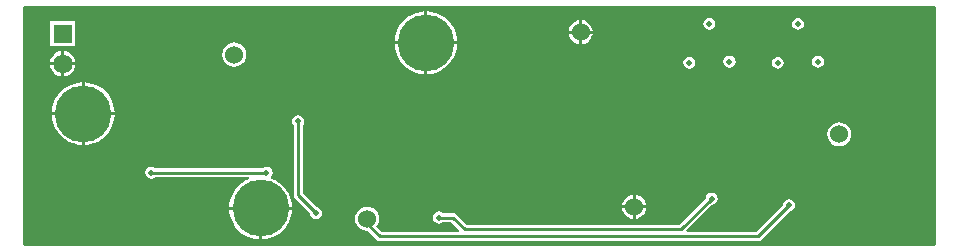
<source format=gbl>
G04*
G04 #@! TF.GenerationSoftware,Altium Limited,Altium Designer,21.8.1 (53)*
G04*
G04 Layer_Physical_Order=2*
G04 Layer_Color=16711680*
%FSLAX44Y44*%
%MOMM*%
G71*
G04*
G04 #@! TF.SameCoordinates,FBE6A57E-38F0-4EBD-B617-FC09060C68E2*
G04*
G04*
G04 #@! TF.FilePolarity,Positive*
G04*
G01*
G75*
%ADD15C,0.2540*%
%ADD46C,4.8000*%
%ADD47C,1.5240*%
%ADD48R,1.6500X1.6500*%
%ADD49C,1.6500*%
%ADD50C,0.5000*%
G36*
X770000Y0D02*
X0D01*
Y200000D01*
X770000D01*
Y0D01*
D02*
G37*
%LPC*%
G36*
X655000Y191139D02*
X653034Y190748D01*
X651366Y189634D01*
X650252Y187966D01*
X649861Y186000D01*
X650252Y184034D01*
X651366Y182366D01*
X653034Y181252D01*
X655000Y180861D01*
X656966Y181252D01*
X658634Y182366D01*
X659748Y184034D01*
X660139Y186000D01*
X659748Y187966D01*
X658634Y189634D01*
X656966Y190748D01*
X655000Y191139D01*
D02*
G37*
G36*
X580000D02*
X578033Y190748D01*
X576366Y189634D01*
X575252Y187966D01*
X574861Y186000D01*
X575252Y184034D01*
X576366Y182366D01*
X578033Y181252D01*
X580000Y180861D01*
X581967Y181252D01*
X583634Y182366D01*
X584748Y184034D01*
X585139Y186000D01*
X584748Y187966D01*
X583634Y189634D01*
X581967Y190748D01*
X580000Y191139D01*
D02*
G37*
G36*
X472270Y189081D02*
Y180270D01*
X481081D01*
X480899Y181652D01*
X479875Y184124D01*
X478246Y186246D01*
X476124Y187875D01*
X473652Y188899D01*
X472270Y189081D01*
D02*
G37*
G36*
X469730Y189081D02*
X468348Y188899D01*
X465876Y187875D01*
X463754Y186246D01*
X462125Y184124D01*
X461101Y181652D01*
X460919Y180270D01*
X469730D01*
Y189081D01*
D02*
G37*
G36*
X341270Y196522D02*
Y171270D01*
X366522D01*
X366294Y174165D01*
X365319Y178227D01*
X363721Y182086D01*
X361538Y185648D01*
X358825Y188825D01*
X355648Y191538D01*
X352086Y193720D01*
X348227Y195319D01*
X344165Y196294D01*
X341270Y196522D01*
D02*
G37*
G36*
X338730D02*
X335835Y196294D01*
X331773Y195319D01*
X327914Y193720D01*
X324352Y191538D01*
X321175Y188825D01*
X318462Y185648D01*
X316280Y182086D01*
X314681Y178227D01*
X313706Y174165D01*
X313478Y171270D01*
X338730D01*
Y196522D01*
D02*
G37*
G36*
X481081Y177730D02*
X472270D01*
Y168920D01*
X473652Y169102D01*
X476124Y170125D01*
X478246Y171754D01*
X479875Y173876D01*
X480899Y176348D01*
X481081Y177730D01*
D02*
G37*
G36*
X469730D02*
X460919D01*
X461101Y176348D01*
X462125Y173876D01*
X463754Y171754D01*
X465876Y170125D01*
X468348Y169102D01*
X469730Y168920D01*
Y177730D01*
D02*
G37*
G36*
X43290Y188490D02*
X21710D01*
Y166910D01*
X43290D01*
Y188490D01*
D02*
G37*
G36*
X33770Y163016D02*
Y153570D01*
X43216D01*
X43012Y155117D01*
X41925Y157741D01*
X40195Y159995D01*
X37942Y161725D01*
X35317Y162812D01*
X33770Y163016D01*
D02*
G37*
G36*
X31230D02*
X29683Y162812D01*
X27058Y161725D01*
X24804Y159995D01*
X23075Y157741D01*
X21988Y155117D01*
X21784Y153570D01*
X31230D01*
Y163016D01*
D02*
G37*
G36*
X177754Y170248D02*
X175102Y169898D01*
X172630Y168875D01*
X170508Y167246D01*
X168879Y165124D01*
X167855Y162652D01*
X167506Y160000D01*
X167855Y157348D01*
X168879Y154876D01*
X170508Y152754D01*
X172630Y151125D01*
X175102Y150101D01*
X177754Y149752D01*
X180406Y150101D01*
X182878Y151125D01*
X185000Y152754D01*
X186629Y154876D01*
X187652Y157348D01*
X188002Y160000D01*
X187652Y162652D01*
X186629Y165124D01*
X185000Y167246D01*
X182878Y168875D01*
X180406Y169898D01*
X177754Y170248D01*
D02*
G37*
G36*
X672000Y159139D02*
X670033Y158748D01*
X668366Y157634D01*
X667253Y155967D01*
X666861Y154000D01*
X667253Y152034D01*
X668366Y150366D01*
X670033Y149252D01*
X672000Y148861D01*
X673967Y149252D01*
X675634Y150366D01*
X676748Y152034D01*
X677139Y154000D01*
X676748Y155967D01*
X675634Y157634D01*
X673967Y158748D01*
X672000Y159139D01*
D02*
G37*
G36*
X597000D02*
X595033Y158748D01*
X593366Y157634D01*
X592253Y155967D01*
X591861Y154000D01*
X592253Y152034D01*
X593366Y150366D01*
X595033Y149252D01*
X597000Y148861D01*
X598966Y149252D01*
X600634Y150366D01*
X601748Y152034D01*
X602139Y154000D01*
X601748Y155967D01*
X600634Y157634D01*
X598966Y158748D01*
X597000Y159139D01*
D02*
G37*
G36*
X638000Y158139D02*
X636034Y157748D01*
X634366Y156634D01*
X633252Y154966D01*
X632861Y153000D01*
X633252Y151033D01*
X634366Y149366D01*
X636034Y148252D01*
X638000Y147861D01*
X639967Y148252D01*
X641634Y149366D01*
X642748Y151033D01*
X643139Y153000D01*
X642748Y154966D01*
X641634Y156634D01*
X639967Y157748D01*
X638000Y158139D01*
D02*
G37*
G36*
X563000D02*
X561034Y157748D01*
X559366Y156634D01*
X558252Y154966D01*
X557861Y153000D01*
X558252Y151033D01*
X559366Y149366D01*
X561034Y148252D01*
X563000Y147861D01*
X564967Y148252D01*
X566634Y149366D01*
X567748Y151033D01*
X568139Y153000D01*
X567748Y154966D01*
X566634Y156634D01*
X564967Y157748D01*
X563000Y158139D01*
D02*
G37*
G36*
X366522Y168730D02*
X341270D01*
Y143478D01*
X344165Y143706D01*
X348227Y144681D01*
X352086Y146279D01*
X355648Y148462D01*
X358825Y151175D01*
X361538Y154352D01*
X363721Y157914D01*
X365319Y161773D01*
X366294Y165835D01*
X366522Y168730D01*
D02*
G37*
G36*
X338730D02*
X313478D01*
X313706Y165835D01*
X314681Y161773D01*
X316280Y157914D01*
X318462Y154352D01*
X321175Y151175D01*
X324352Y148462D01*
X327914Y146279D01*
X331773Y144681D01*
X335835Y143706D01*
X338730Y143478D01*
Y168730D01*
D02*
G37*
G36*
X43216Y151030D02*
X33770D01*
Y141584D01*
X35317Y141788D01*
X37942Y142875D01*
X40195Y144605D01*
X41925Y146859D01*
X43012Y149483D01*
X43216Y151030D01*
D02*
G37*
G36*
X31230D02*
X21784D01*
X21988Y149483D01*
X23075Y146859D01*
X24804Y144605D01*
X27058Y142875D01*
X29683Y141788D01*
X31230Y141584D01*
Y151030D01*
D02*
G37*
G36*
X51270Y136522D02*
Y111270D01*
X76522D01*
X76294Y114165D01*
X75319Y118227D01*
X73720Y122086D01*
X71538Y125648D01*
X68825Y128825D01*
X65648Y131538D01*
X62086Y133721D01*
X58227Y135319D01*
X54165Y136294D01*
X51270Y136522D01*
D02*
G37*
G36*
X48730D02*
X45835Y136294D01*
X41773Y135319D01*
X37914Y133721D01*
X34352Y131538D01*
X31175Y128825D01*
X28462Y125648D01*
X26280Y122086D01*
X24681Y118227D01*
X23706Y114165D01*
X23478Y111270D01*
X48730D01*
Y136522D01*
D02*
G37*
G36*
X76522Y108730D02*
X51270D01*
Y83478D01*
X54165Y83706D01*
X58227Y84681D01*
X62086Y86280D01*
X65648Y88462D01*
X68825Y91175D01*
X71538Y94352D01*
X73720Y97914D01*
X75319Y101773D01*
X76294Y105835D01*
X76522Y108730D01*
D02*
G37*
G36*
X48730D02*
X23478D01*
X23706Y105835D01*
X24681Y101773D01*
X26280Y97914D01*
X28462Y94352D01*
X31175Y91175D01*
X34352Y88462D01*
X37914Y86280D01*
X41773Y84681D01*
X45835Y83706D01*
X48730Y83478D01*
Y108730D01*
D02*
G37*
G36*
X690000Y102748D02*
X687348Y102399D01*
X684876Y101375D01*
X682754Y99746D01*
X681125Y97624D01*
X680101Y95152D01*
X679752Y92500D01*
X680101Y89848D01*
X681125Y87376D01*
X682754Y85254D01*
X684876Y83625D01*
X687348Y82601D01*
X690000Y82252D01*
X692652Y82601D01*
X695124Y83625D01*
X697246Y85254D01*
X698875Y87376D01*
X699899Y89848D01*
X700248Y92500D01*
X699899Y95152D01*
X698875Y97624D01*
X697246Y99746D01*
X695124Y101375D01*
X692652Y102399D01*
X690000Y102748D01*
D02*
G37*
G36*
X205000Y65139D02*
X203034Y64748D01*
X201742Y63885D01*
X110758D01*
X109466Y64748D01*
X107500Y65139D01*
X105534Y64748D01*
X103866Y63634D01*
X102752Y61967D01*
X102361Y60000D01*
X102752Y58033D01*
X103866Y56366D01*
X105534Y55252D01*
X107500Y54861D01*
X109466Y55252D01*
X110758Y56115D01*
X190377D01*
X190630Y54845D01*
X187914Y53720D01*
X184352Y51538D01*
X181175Y48825D01*
X178462Y45648D01*
X176280Y42086D01*
X174681Y38227D01*
X173706Y34165D01*
X173478Y31270D01*
X226522D01*
X226294Y34165D01*
X225319Y38227D01*
X223720Y42086D01*
X221538Y45648D01*
X218825Y48825D01*
X215648Y51538D01*
X212086Y53720D01*
X208922Y55031D01*
X208675Y56176D01*
X208717Y56491D01*
X209748Y58033D01*
X210139Y60000D01*
X209748Y61967D01*
X208634Y63634D01*
X206966Y64748D01*
X205000Y65139D01*
D02*
G37*
G36*
X517524Y41080D02*
Y32270D01*
X526334D01*
X526152Y33652D01*
X525129Y36124D01*
X523500Y38246D01*
X521378Y39875D01*
X518906Y40898D01*
X517524Y41080D01*
D02*
G37*
G36*
X514984Y41080D02*
X513602Y40898D01*
X511130Y39875D01*
X509008Y38246D01*
X507379Y36124D01*
X506356Y33652D01*
X506174Y32270D01*
X514984D01*
Y41080D01*
D02*
G37*
G36*
Y29730D02*
X506174D01*
X506356Y28348D01*
X507379Y25876D01*
X509008Y23754D01*
X511130Y22125D01*
X513602Y21102D01*
X514984Y20919D01*
Y29730D01*
D02*
G37*
G36*
X526334D02*
X517524D01*
Y20919D01*
X518906Y21102D01*
X521378Y22125D01*
X523500Y23754D01*
X525129Y25876D01*
X526152Y28348D01*
X526334Y29730D01*
D02*
G37*
G36*
X231804Y108537D02*
X229837Y108145D01*
X228170Y107031D01*
X227056Y105364D01*
X226665Y103398D01*
X227056Y101431D01*
X227919Y100140D01*
Y41051D01*
X228215Y39564D01*
X229057Y38304D01*
X241949Y25412D01*
X242252Y23888D01*
X243366Y22221D01*
X245033Y21107D01*
X247000Y20716D01*
X248967Y21107D01*
X250634Y22221D01*
X251748Y23888D01*
X252139Y25855D01*
X251748Y27821D01*
X250634Y29488D01*
X248967Y30602D01*
X247443Y30905D01*
X235688Y42660D01*
Y100140D01*
X236551Y101431D01*
X236942Y103398D01*
X236551Y105364D01*
X235437Y107031D01*
X233770Y108145D01*
X231804Y108537D01*
D02*
G37*
G36*
X581934Y43073D02*
X579968Y42682D01*
X578301Y41568D01*
X577187Y39901D01*
X576884Y38377D01*
X554391Y15885D01*
X374609D01*
X365747Y24747D01*
X364487Y25589D01*
X363000Y25885D01*
X354258D01*
X352966Y26748D01*
X351000Y27139D01*
X349034Y26748D01*
X347366Y25634D01*
X346252Y23967D01*
X345861Y22000D01*
X346252Y20034D01*
X347366Y18366D01*
X349034Y17252D01*
X351000Y16861D01*
X352966Y17252D01*
X354258Y18115D01*
X361391D01*
X368448Y11058D01*
X367962Y9885D01*
X302609D01*
X298039Y14455D01*
X299129Y15876D01*
X300152Y18348D01*
X300502Y21000D01*
X300152Y23652D01*
X299129Y26124D01*
X297500Y28246D01*
X295378Y29875D01*
X292906Y30898D01*
X290254Y31248D01*
X287602Y30898D01*
X285130Y29875D01*
X283008Y28246D01*
X281379Y26124D01*
X280355Y23652D01*
X280006Y21000D01*
X280355Y18348D01*
X281379Y15876D01*
X283008Y13754D01*
X285130Y12125D01*
X287602Y11101D01*
X290254Y10752D01*
X290696Y10811D01*
X298253Y3253D01*
X299513Y2411D01*
X301000Y2115D01*
X621000D01*
X622487Y2411D01*
X623747Y3253D01*
X647943Y27449D01*
X649466Y27752D01*
X651134Y28866D01*
X652248Y30533D01*
X652639Y32500D01*
X652248Y34467D01*
X651134Y36134D01*
X649466Y37248D01*
X647500Y37639D01*
X645534Y37248D01*
X643866Y36134D01*
X642752Y34467D01*
X642449Y32943D01*
X619391Y9885D01*
X561038D01*
X560552Y11058D01*
X582378Y32884D01*
X583901Y33187D01*
X585568Y34301D01*
X586682Y35968D01*
X587073Y37934D01*
X586682Y39901D01*
X585568Y41568D01*
X583901Y42682D01*
X581934Y43073D01*
D02*
G37*
G36*
X226522Y28730D02*
X201270D01*
Y3478D01*
X204165Y3706D01*
X208227Y4681D01*
X212086Y6280D01*
X215648Y8462D01*
X218825Y11175D01*
X221538Y14352D01*
X223720Y17914D01*
X225319Y21773D01*
X226294Y25835D01*
X226522Y28730D01*
D02*
G37*
G36*
X198730D02*
X173478D01*
X173706Y25835D01*
X174681Y21773D01*
X176280Y17914D01*
X178462Y14352D01*
X181175Y11175D01*
X184352Y8462D01*
X187914Y6280D01*
X191773Y4681D01*
X195835Y3706D01*
X198730Y3478D01*
Y28730D01*
D02*
G37*
%LPD*%
D15*
X363000Y22000D02*
X373000Y12000D01*
X556000D02*
X581934Y37934D01*
X373000Y12000D02*
X556000D01*
X290254Y16746D02*
X301000Y6000D01*
X621000D01*
X647500Y32500D01*
X351000Y22000D02*
X363000D01*
X290254Y16746D02*
Y21000D01*
X107500Y60000D02*
X205000D01*
X231804Y41051D02*
X247000Y25855D01*
X231804Y41051D02*
Y103398D01*
X0Y0D02*
X770000D01*
X0Y200000D02*
X770000D01*
Y0D02*
Y200000D01*
X0Y0D02*
Y200000D01*
D46*
X200000Y30000D02*
D03*
X50000Y110000D02*
D03*
X340000Y170000D02*
D03*
D47*
X690000Y92500D02*
D03*
X177754Y160000D02*
D03*
X290254Y21000D02*
D03*
X516254Y31000D02*
D03*
X471000Y179000D02*
D03*
D48*
X32500Y177700D02*
D03*
D49*
Y152300D02*
D03*
D50*
X581934Y37934D02*
D03*
X538000Y20000D02*
D03*
X575000Y12500D02*
D03*
X425000Y18310D02*
D03*
X475000D02*
D03*
X525000D02*
D03*
X351000Y22000D02*
D03*
X750000Y162500D02*
D03*
X725000Y12500D02*
D03*
X700000Y162500D02*
D03*
X600000D02*
D03*
X550000D02*
D03*
Y62500D02*
D03*
X500000Y162500D02*
D03*
X475000Y112500D02*
D03*
X500000Y62500D02*
D03*
X450000Y162500D02*
D03*
Y62500D02*
D03*
X400000Y162500D02*
D03*
Y62500D02*
D03*
X350000D02*
D03*
X300000Y162500D02*
D03*
X275000Y112500D02*
D03*
Y12500D02*
D03*
X250000Y162500D02*
D03*
X225000Y12500D02*
D03*
X175000D02*
D03*
X150000Y162500D02*
D03*
X125000Y112500D02*
D03*
Y12500D02*
D03*
X100000Y62500D02*
D03*
X75000Y12500D02*
D03*
X50000Y162500D02*
D03*
X25000Y12500D02*
D03*
X205000Y60000D02*
D03*
X107500D02*
D03*
X580000Y186000D02*
D03*
X597000Y154000D02*
D03*
X563000Y153000D02*
D03*
X655000Y186000D02*
D03*
X672000Y154000D02*
D03*
X638000Y153000D02*
D03*
X709000D02*
D03*
X743000Y154000D02*
D03*
X726000Y186000D02*
D03*
X731000Y40000D02*
D03*
X746000Y17000D02*
D03*
X745000Y65000D02*
D03*
X761000Y31000D02*
D03*
X692000Y18000D02*
D03*
X576000Y20000D02*
D03*
X557000Y43000D02*
D03*
X357000Y46000D02*
D03*
X398000Y48000D02*
D03*
X309000Y24000D02*
D03*
X402000Y26000D02*
D03*
X379000Y53000D02*
D03*
X305000Y57000D02*
D03*
X306000Y92000D02*
D03*
X344000Y68000D02*
D03*
Y80000D02*
D03*
X257500Y157500D02*
D03*
X140000Y152500D02*
D03*
X47500Y67500D02*
D03*
X57500Y60000D02*
D03*
X82500Y40000D02*
D03*
X647500Y32500D02*
D03*
X247000Y25855D02*
D03*
X231804Y103398D02*
D03*
M02*

</source>
